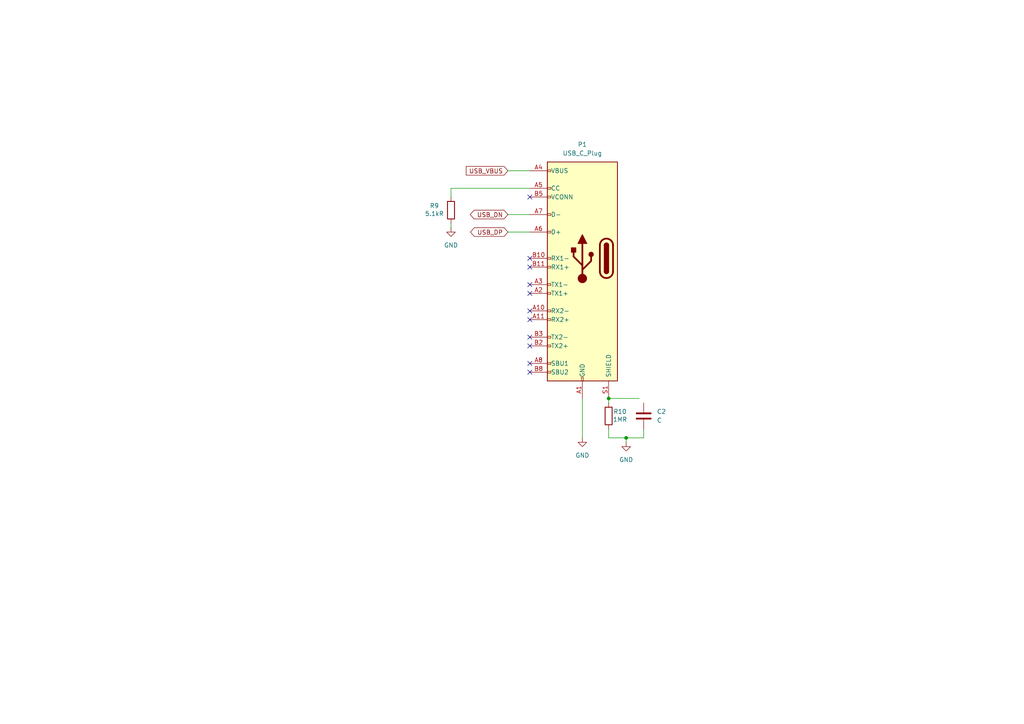
<source format=kicad_sch>
(kicad_sch (version 20231120) (generator "eeschema") (generator_version "8.0")
  (paper "A4")
  (lib_symbols
    (symbol "Connector:USB_C_Plug" (pin_names (offset 1.016))
      (property "Reference" "P" (at -10.16 29.21 0))
      (property "Value" "USB_C_Plug" (at 10.16 29.21 0))
      (symbol "USB_C_Plug_0_0"
        (rectangle (start -0.254 -35.56) (end 0.254 -34.544))
        (rectangle (start 10.16 -32.766) (end 9.144 -33.274))
        (rectangle (start 10.16 -30.226) (end 9.144 -30.734))
        (rectangle (start 10.16 -25.146) (end 9.144 -25.654))
        (rectangle (start 10.16 -22.606) (end 9.144 -23.114))
        (rectangle (start 10.16 -17.526) (end 9.144 -18.034))
        (rectangle (start 10.16 -14.986) (end 9.144 -15.494))
        (rectangle (start 10.16 -9.906) (end 9.144 -10.414))
        (rectangle (start 10.16 -7.366) (end 9.144 -7.874))
        (rectangle (start 10.16 -2.286) (end 9.144 -2.794))
        (rectangle (start 10.16 0.254) (end 9.144 -0.254))
        (rectangle (start 10.16 7.874) (end 9.144 7.366))
        (rectangle (start 10.16 12.954) (end 9.144 12.446))
        (rectangle (start 10.16 18.034) (end 9.144 17.526))
        (rectangle (start 10.16 20.574) (end 9.144 20.066))
        (rectangle (start 10.16 25.654) (end 9.144 25.146))
      )
      (symbol "USB_C_Plug_0_1"
        (rectangle (start -10.16 27.94) (end 10.16 -35.56) (stroke (width 0.254)) (fill (type background)))
        (arc (start -8.89 -3.81) (mid -6.985 -5.7067) (end -5.08 -3.81) (stroke (width 0.508)))
        (arc (start -7.62 -3.81) (mid -6.985 -4.4423) (end -6.35 -3.81) (stroke (width 0.254)))
        (arc (start -7.62 -3.81) (mid -6.985 -4.4423) (end -6.35 -3.81) (stroke (width 0.254)) (fill (type outline)))
        (rectangle (start -7.62 -3.81) (end -6.35 3.81) (stroke (width 0.254)) (fill (type outline)))
        (arc (start -6.35 3.81) (mid -6.985 4.4423) (end -7.62 3.81) (stroke (width 0.254)))
        (arc (start -6.35 3.81) (mid -6.985 4.4423) (end -7.62 3.81) (stroke (width 0.254)) (fill (type outline)))
        (arc (start -5.08 3.81) (mid -6.985 5.7067) (end -8.89 3.81) (stroke (width 0.508)))
        (polyline (pts (xy -8.89 -3.81) (xy -8.89 3.81)) (stroke (width 0.508)))
        (polyline (pts (xy -5.08 3.81) (xy -5.08 -3.81)) (stroke (width 0.508)))
      )
      (symbol "USB_C_Plug_1_1"
        (circle (center -2.54 1.143) (radius 0.635) (stroke (width 0.254)) (fill (type outline)))
        (circle (center 0 -5.842) (radius 1.27) (fill (type outline)))
        (polyline (pts (xy 0 -5.842) (xy 0 4.318)) (stroke (width 0.508)))
        (polyline (pts (xy 0 -3.302) (xy -2.54 -0.762) (xy -2.54 0.508)) (stroke (width 0.508)))
        (polyline (pts (xy 0 -2.032) (xy 2.54 0.508) (xy 2.54 1.778)) (stroke (width 0.508)))
        (polyline (pts (xy -1.27 4.318) (xy 0 6.858) (xy 1.27 4.318) (xy -1.27 4.318)) (stroke (width 0.254)) (fill (type outline)))
        (rectangle (start 1.905 1.778) (end 3.175 3.048) (stroke (width 0.254)) (fill (type outline)))
        (pin passive line (at 0 -40.64 90) (length 5.08) (name "GND") (number "A1"))
        (pin bidirectional line (at 15.24 -15.24 180) (length 5.08) (name "RX2-") (number "A10"))
        (pin bidirectional line (at 15.24 -17.78 180) (length 5.08) (name "RX2+") (number "A11"))
        (pin passive line (at 0 -40.64 90) (length 5.08) hide (name "GND") (number "A12"))
        (pin bidirectional line (at 15.24 -10.16 180) (length 5.08) (name "TX1+") (number "A2"))
        (pin bidirectional line (at 15.24 -7.62 180) (length 5.08) (name "TX1-") (number "A3"))
        (pin passive line (at 15.24 25.4 180) (length 5.08) (name "VBUS") (number "A4"))
        (pin bidirectional line (at 15.24 20.32 180) (length 5.08) (name "CC") (number "A5"))
        (pin bidirectional line (at 15.24 7.62 180) (length 5.08) (name "D+") (number "A6"))
        (pin bidirectional line (at 15.24 12.7 180) (length 5.08) (name "D-") (number "A7"))
        (pin bidirectional line (at 15.24 -30.48 180) (length 5.08) (name "SBU1") (number "A8"))
        (pin passive line (at 15.24 25.4 180) (length 5.08) hide (name "VBUS") (number "A9"))
        (pin passive line (at 0 -40.64 90) (length 5.08) hide (name "GND") (number "B1"))
        (pin bidirectional line (at 15.24 0 180) (length 5.08) (name "RX1-") (number "B10"))
        (pin bidirectional line (at 15.24 -2.54 180) (length 5.08) (name "RX1+") (number "B11"))
        (pin passive line (at 0 -40.64 90) (length 5.08) hide (name "GND") (number "B12"))
        (pin bidirectional line (at 15.24 -25.4 180) (length 5.08) (name "TX2+") (number "B2"))
        (pin bidirectional line (at 15.24 -22.86 180) (length 5.08) (name "TX2-") (number "B3"))
        (pin passive line (at 15.24 25.4 180) (length 5.08) hide (name "VBUS") (number "B4"))
        (pin bidirectional line (at 15.24 17.78 180) (length 5.08) (name "VCONN") (number "B5"))
        (pin bidirectional line (at 15.24 -33.02 180) (length 5.08) (name "SBU2") (number "B8"))
        (pin passive line (at 15.24 25.4 180) (length 5.08) hide (name "VBUS") (number "B9"))
        (pin passive line (at -7.62 -40.64 90) (length 5.08) (name "SHIELD") (number "S1"))
      )
    )
    (symbol "Device:C" (pin_numbers hide) (pin_names (offset 0.254))
      (property "Reference" "C" (at 0.635 2.54 0))
      (property "Value" "C" (at 0.635 -2.54 0))
      (symbol "C_0_1"
        (polyline (pts (xy -2.032 -0.762) (xy 2.032 -0.762)) (stroke (width 0.508)))
        (polyline (pts (xy -2.032 0.762) (xy 2.032 0.762)) (stroke (width 0.508)))
      )
      (symbol "C_1_1"
        (pin passive line (at 0 3.81 270) (length 2.794) (name "~") (number "1"))
        (pin passive line (at 0 -3.81 90) (length 2.794) (name "~") (number "2"))
      )
    )
    (symbol "Device:R" (pin_numbers hide) (pin_names (offset 0))
      (property "Reference" "R" (at 2.032 0 90))
      (property "Value" "R" (at 0 0 90))
      (symbol "R_0_1"
        (rectangle (start -1.016 -2.54) (end 1.016 2.54) (stroke (width 0.254)))
      )
      (symbol "R_1_1"
        (pin passive line (at 0 3.81 270) (length 1.27) (name "~") (number "1"))
        (pin passive line (at 0 -3.81 90) (length 1.27) (name "~") (number "2"))
      )
    )
    (symbol "power:GND" (power) (pin_numbers hide) (pin_names (offset 0) hide)
      (property "Value" "GND" (at 0 -3.81 0))
      (symbol "GND_0_1"
        (polyline (pts (xy 0 0) (xy 0 -1.27) (xy 1.27 -1.27) (xy 0 -2.54) (xy -1.27 -1.27) (xy 0 -1.27)))
      )
      (symbol "GND_1_1"
        (pin power_in line (at 0 0 270) (length 0) (name "~") (number "1"))
      )
    )
  )
  (junction (at 176.53 115.57))
  (junction (at 181.61 127))
  (no_connect (at 153.67 105.41))
  (no_connect (at 153.67 97.79))
  (no_connect (at 153.67 85.09))
  (no_connect (at 153.67 92.71))
  (no_connect (at 153.67 100.33))
  (no_connect (at 153.67 107.95))
  (no_connect (at 153.67 77.47))
  (no_connect (at 153.67 74.93))
  (no_connect (at 153.67 90.17))
  (no_connect (at 153.67 57.15))
  (no_connect (at 153.67 82.55))
  (wire (pts (xy 185.42 115.57) (xy 176.53 115.57)))
  (wire (pts (xy 186.69 124.46) (xy 186.69 127)))
  (wire (pts (xy 176.53 116.84) (xy 176.53 115.57)))
  (wire (pts (xy 176.53 127) (xy 181.61 127)))
  (wire (pts (xy 147.32 49.53) (xy 153.67 49.53)))
  (wire (pts (xy 147.32 62.23) (xy 153.67 62.23)))
  (wire (pts (xy 147.32 67.31) (xy 153.67 67.31)))
  (wire (pts (xy 130.81 54.61) (xy 153.67 54.61)))
  (wire (pts (xy 176.53 127) (xy 176.53 124.46)))
  (wire (pts (xy 181.61 127) (xy 181.61 128.27)))
  (wire (pts (xy 181.61 127) (xy 186.69 127)))
  (wire (pts (xy 168.91 115.57) (xy 168.91 127)))
  (wire (pts (xy 130.81 66.04) (xy 130.81 64.77)))
  (wire (pts (xy 130.81 57.15) (xy 130.81 54.61)))
  (global_label "USB_DP" (shape bidirectional) (at 147.32 67.31 180) (property "Intersheetrefs" "${INTERSHEET_REFS}" (effects (hide yes))))
  (global_label "USB_VBUS" (shape input) (at 147.32 49.53 180) (property "Intersheetrefs" "${INTERSHEET_REFS}" (effects (hide yes))))
  (global_label "USB_DN" (shape bidirectional) (at 147.32 62.23 180) (property "Intersheetrefs" "${INTERSHEET_REFS}" (effects (hide yes))))
  (symbol (lib_id "power:GND") (at 130.81 66.04 0) (unit 1)
    (property "Reference" "#PWR013" (effects (hide yes)))
    (property "Value" "GND" (at 130.81 71.12 0))
    (property "Description" "Power symbol creates a global label with name \"GND\" , ground" (effects (hide yes)))
  )
  (symbol (lib_id "Connector:USB_C_Plug") (at 168.91 74.93 0) (mirror y) (unit 1)
    (property "Reference" "P1" (at 168.91 41.91 0))
    (property "Value" "USB_C_Plug" (at 168.91 44.45 0))
    (property "Footprint" "Connector_USB:USB_C_Receptacle_G-Switch_GT-USB-7010ASV" (effects (hide yes)))
    (property "Datasheet" "https://www.usb.org/sites/default/files/documents/usb_type-c.zip" (effects (hide yes)))
    (property "Description" "USB Type-C Plug connector" (effects (hide yes)))
  )
  (symbol (lib_id "Device:R") (at 176.53 120.65 180) (unit 1)
    (property "Reference" "R10" (at 179.832 119.38 0))
    (property "Value" "1MR" (at 179.832 121.666 0))
    (property "Description" "Resistor" (effects (hide yes)))
  )
  (symbol (lib_id "power:GND") (at 181.61 128.27 0) (unit 1)
    (property "Reference" "#PWR015" (effects (hide yes)))
    (property "Value" "GND" (at 181.61 133.35 0))
    (property "Description" "Power symbol creates a global label with name \"GND\" , ground" (effects (hide yes)))
  )
  (symbol (lib_id "power:GND") (at 168.91 127 0) (unit 1)
    (property "Reference" "#PWR014" (effects (hide yes)))
    (property "Value" "GND" (at 168.91 132.08 0))
    (property "Description" "Power symbol creates a global label with name \"GND\" , ground" (effects (hide yes)))
  )
  (symbol (lib_id "Device:R") (at 130.81 60.96 180) (unit 1)
    (property "Reference" "R9" (at 125.984 59.69 0))
    (property "Value" "5.1kR" (at 125.984 61.976 0))
    (property "Description" "Resistor" (effects (hide yes)))
  )
  (symbol (lib_id "Device:C") (at 186.69 120.65 0) (unit 1)
    (property "Reference" "C2" (at 190.5 119.3799 0) (effects (justify left)))
    (property "Value" "C" (at 190.5 121.9199 0) (effects (justify left)))
    (property "Description" "Unpolarized capacitor" (effects (hide yes)))
  )
)
</source>
